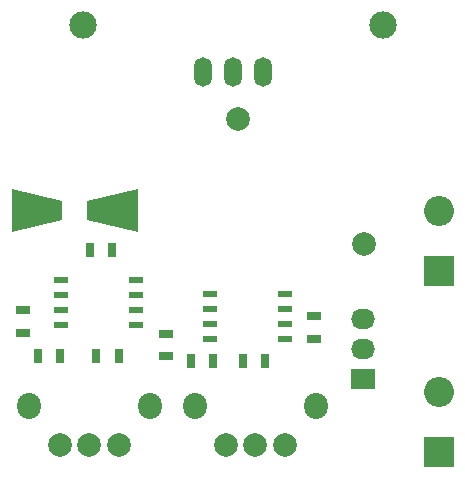
<source format=gbr>
G04 #@! TF.FileFunction,Soldermask,Top*
%FSLAX46Y46*%
G04 Gerber Fmt 4.6, Leading zero omitted, Abs format (unit mm)*
G04 Created by KiCad (PCBNEW 4.0.4+e1-6308~48~ubuntu14.04.1-stable) date Sat Oct 22 17:56:07 2016*
%MOMM*%
%LPD*%
G01*
G04 APERTURE LIST*
%ADD10C,0.100000*%
%ADD11R,2.032000X1.727200*%
%ADD12O,2.032000X1.727200*%
%ADD13C,2.311400*%
%ADD14O,1.501140X2.499360*%
%ADD15R,0.700000X1.300000*%
%ADD16C,1.998980*%
%ADD17R,1.300000X0.700000*%
%ADD18C,2.000000*%
%ADD19O,2.000000X2.200000*%
%ADD20R,1.143000X0.508000*%
%ADD21R,2.540000X2.540000*%
%ADD22O,2.540000X2.540000*%
G04 APERTURE END LIST*
D10*
G36*
X140722350Y-70291960D02*
X140722350Y-66690240D01*
X145022570Y-67691000D01*
X145022570Y-69291200D01*
X140722350Y-70291960D01*
X140722350Y-70291960D01*
G37*
G36*
X151423370Y-66690240D02*
X151423370Y-70291960D01*
X147123150Y-69291200D01*
X147123150Y-67691000D01*
X151423370Y-66690240D01*
X151423370Y-66690240D01*
G37*
D11*
X170434000Y-82804000D03*
D12*
X170434000Y-80264000D03*
X170434000Y-77724000D03*
D13*
X146786600Y-52793900D03*
X172186600Y-52793900D03*
D14*
X159473900Y-56794400D03*
X156933900Y-56794400D03*
X162013900Y-56794400D03*
D15*
X142913060Y-80802480D03*
X144813060Y-80802480D03*
X149225040Y-71851520D03*
X147325040Y-71851520D03*
D16*
X159905700Y-60769500D03*
X170512302Y-71376102D03*
D17*
X141640560Y-78841640D03*
X141640560Y-76941640D03*
X153802080Y-78927920D03*
X153802080Y-80827920D03*
D15*
X149768600Y-80810100D03*
X147868600Y-80810100D03*
D17*
X166319200Y-79364880D03*
X166319200Y-77464880D03*
D15*
X155900080Y-81259680D03*
X157800080Y-81259680D03*
X160309520Y-81259680D03*
X162209520Y-81259680D03*
D18*
X144807300Y-88366600D03*
X147307300Y-88366600D03*
X149807300Y-88366600D03*
D19*
X152407300Y-85066600D03*
X142207300Y-85066600D03*
D18*
X158853500Y-88366600D03*
X161353500Y-88366600D03*
X163853500Y-88366600D03*
D19*
X166453500Y-85066600D03*
X156253500Y-85066600D03*
D20*
X151257000Y-74406760D03*
X151257000Y-75676760D03*
X151257000Y-76946760D03*
X151257000Y-78216760D03*
X144907000Y-78216760D03*
X144907000Y-76946760D03*
X144907000Y-75676760D03*
X144907000Y-74406760D03*
X163830000Y-75565000D03*
X163830000Y-76835000D03*
X163830000Y-78105000D03*
X163830000Y-79375000D03*
X157480000Y-79375000D03*
X157480000Y-78105000D03*
X157480000Y-76835000D03*
X157480000Y-75565000D03*
D21*
X176936400Y-88912700D03*
D22*
X176936400Y-83832700D03*
D21*
X176888140Y-73619360D03*
D22*
X176888140Y-68539360D03*
M02*

</source>
